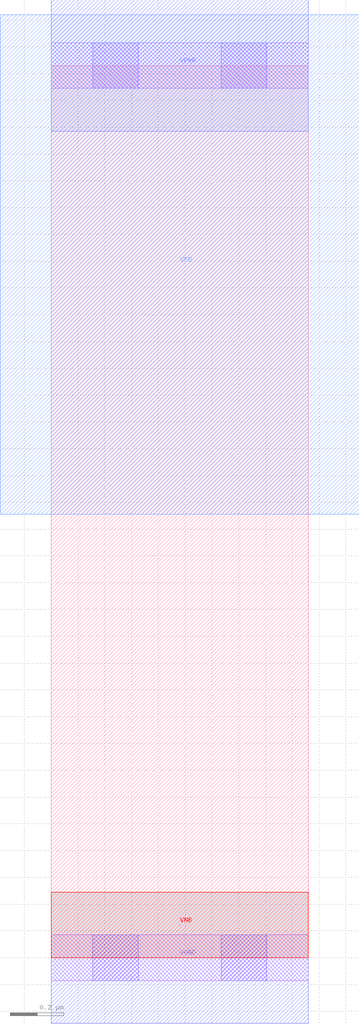
<source format=lef>
# Copyright 2020 The SkyWater PDK Authors
#
# Licensed under the Apache License, Version 2.0 (the "License");
# you may not use this file except in compliance with the License.
# You may obtain a copy of the License at
#
#     https://www.apache.org/licenses/LICENSE-2.0
#
# Unless required by applicable law or agreed to in writing, software
# distributed under the License is distributed on an "AS IS" BASIS,
# WITHOUT WARRANTIES OR CONDITIONS OF ANY KIND, either express or implied.
# See the License for the specific language governing permissions and
# limitations under the License.
#
# SPDX-License-Identifier: Apache-2.0

VERSION 5.7 ;
  NOWIREEXTENSIONATPIN ON ;
  DIVIDERCHAR "/" ;
  BUSBITCHARS "[]" ;
MACRO sky130_fd_sc_lp__fill_2
  CLASS CORE SPACER ;
  FOREIGN sky130_fd_sc_lp__fill_2 ;
  ORIGIN  0.000000  0.000000 ;
  SIZE  0.960000 BY  3.330000 ;
  SYMMETRY X Y R90 ;
  SITE unit ;
  PIN VGND
    DIRECTION INOUT ;
    USE GROUND ;
    PORT
      LAYER met1 ;
        RECT 0.000000 -0.245000 0.960000 0.245000 ;
    END
  END VGND
  PIN VNB
    DIRECTION INOUT ;
    USE GROUND ;
    PORT
      LAYER pwell ;
        RECT 0.000000 0.000000 0.960000 0.245000 ;
    END
  END VNB
  PIN VPB
    DIRECTION INOUT ;
    USE POWER ;
    PORT
      LAYER nwell ;
        RECT -0.190000 1.655000 1.150000 3.520000 ;
    END
  END VPB
  PIN VPWR
    DIRECTION INOUT ;
    USE POWER ;
    PORT
      LAYER met1 ;
        RECT 0.000000 3.085000 0.960000 3.575000 ;
    END
  END VPWR
  OBS
    LAYER li1 ;
      RECT 0.000000 -0.085000 0.960000 0.085000 ;
      RECT 0.000000  3.245000 0.960000 3.415000 ;
    LAYER mcon ;
      RECT 0.155000 -0.085000 0.325000 0.085000 ;
      RECT 0.155000  3.245000 0.325000 3.415000 ;
      RECT 0.635000 -0.085000 0.805000 0.085000 ;
      RECT 0.635000  3.245000 0.805000 3.415000 ;
  END
END sky130_fd_sc_lp__fill_2
END LIBRARY

</source>
